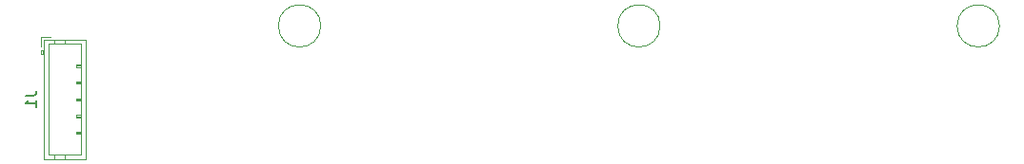
<source format=gbr>
%TF.GenerationSoftware,KiCad,Pcbnew,(5.1.9)-1*%
%TF.CreationDate,2021-09-30T20:50:23+03:00*%
%TF.ProjectId,jantteri-hit-detector,6a616e74-7465-4726-992d-6869742d6465,rev?*%
%TF.SameCoordinates,Original*%
%TF.FileFunction,Legend,Bot*%
%TF.FilePolarity,Positive*%
%FSLAX46Y46*%
G04 Gerber Fmt 4.6, Leading zero omitted, Abs format (unit mm)*
G04 Created by KiCad (PCBNEW (5.1.9)-1) date 2021-09-30 20:50:23*
%MOMM*%
%LPD*%
G01*
G04 APERTURE LIST*
%ADD10C,0.120000*%
%ADD11C,0.150000*%
G04 APERTURE END LIST*
D10*
X146030854Y-31115000D02*
G75*
G03*
X146030854Y-31115000I-1885854J0D01*
G01*
X115868354Y-31115000D02*
G75*
G03*
X115868354Y-31115000I-1885854J0D01*
G01*
X85705854Y-31115000D02*
G75*
G03*
X85705854Y-31115000I-1885854J0D01*
G01*
%TO.C,J1*%
X60874000Y-32123000D02*
X61674000Y-32123000D01*
X60874000Y-32923000D02*
X60874000Y-32123000D01*
X64394000Y-40683000D02*
X63994000Y-40683000D01*
X63994000Y-40783000D02*
X64394000Y-40783000D01*
X63994000Y-40583000D02*
X63994000Y-40783000D01*
X64394000Y-40583000D02*
X63994000Y-40583000D01*
X64394000Y-39183000D02*
X63994000Y-39183000D01*
X63994000Y-39283000D02*
X64394000Y-39283000D01*
X63994000Y-39083000D02*
X63994000Y-39283000D01*
X64394000Y-39083000D02*
X63994000Y-39083000D01*
X64394000Y-37683000D02*
X63994000Y-37683000D01*
X63994000Y-37783000D02*
X64394000Y-37783000D01*
X63994000Y-37583000D02*
X63994000Y-37783000D01*
X64394000Y-37583000D02*
X63994000Y-37583000D01*
X64394000Y-36183000D02*
X63994000Y-36183000D01*
X63994000Y-36283000D02*
X64394000Y-36283000D01*
X63994000Y-36083000D02*
X63994000Y-36283000D01*
X64394000Y-36083000D02*
X63994000Y-36083000D01*
X64394000Y-34683000D02*
X63994000Y-34683000D01*
X63994000Y-34783000D02*
X64394000Y-34783000D01*
X63994000Y-34583000D02*
X63994000Y-34783000D01*
X64394000Y-34583000D02*
X63994000Y-34583000D01*
X62984000Y-43043000D02*
X62984000Y-42643000D01*
X61984000Y-43043000D02*
X61984000Y-42643000D01*
X62984000Y-32323000D02*
X62984000Y-32723000D01*
X61984000Y-32323000D02*
X61984000Y-32723000D01*
X61474000Y-42643000D02*
X61474000Y-32723000D01*
X64394000Y-42643000D02*
X61474000Y-42643000D01*
X64394000Y-32723000D02*
X64394000Y-42643000D01*
X61474000Y-32723000D02*
X64394000Y-32723000D01*
X60974000Y-33633000D02*
X60974000Y-33333000D01*
X60874000Y-33333000D02*
X61074000Y-33333000D01*
X60874000Y-33633000D02*
X60874000Y-33333000D01*
X61074000Y-33633000D02*
X60874000Y-33633000D01*
X61074000Y-43043000D02*
X61074000Y-32323000D01*
X64794000Y-43043000D02*
X61074000Y-43043000D01*
X64794000Y-32323000D02*
X64794000Y-43043000D01*
X61074000Y-32323000D02*
X64794000Y-32323000D01*
D11*
X59436380Y-37349666D02*
X60150666Y-37349666D01*
X60293523Y-37302047D01*
X60388761Y-37206809D01*
X60436380Y-37063952D01*
X60436380Y-36968714D01*
X60436380Y-38349666D02*
X60436380Y-37778238D01*
X60436380Y-38063952D02*
X59436380Y-38063952D01*
X59579238Y-37968714D01*
X59674476Y-37873476D01*
X59722095Y-37778238D01*
%TD*%
M02*

</source>
